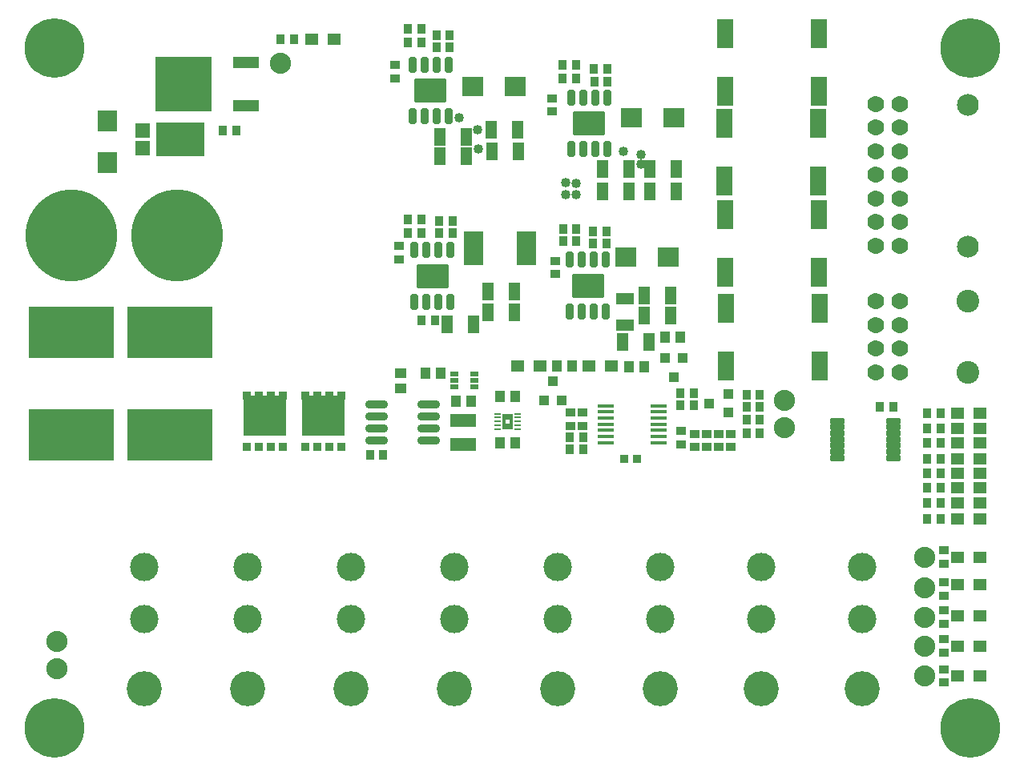
<source format=gts>
G04*
G04 #@! TF.GenerationSoftware,Altium Limited,Altium Designer,19.1.7 (138)*
G04*
G04 Layer_Color=8388736*
%FSLAX25Y25*%
%MOIN*%
G70*
G01*
G75*
%ADD27R,0.06600X0.01400*%
%ADD47R,0.03359X0.02375*%
%ADD48R,0.04343X0.04737*%
%ADD49R,0.03950X0.04343*%
%ADD50R,0.05721X0.05131*%
%ADD51R,0.04737X0.04343*%
%ADD52R,0.02756X0.00906*%
%ADD53R,0.04343X0.03556*%
%ADD54R,0.03556X0.04343*%
%ADD55R,0.07000X0.11900*%
%ADD56R,0.08674X0.07887*%
%ADD57R,0.04540X0.07493*%
G04:AMPARAMS|DCode=58|XSize=102.49mil|YSize=130.05mil|CornerRadius=5.89mil|HoleSize=0mil|Usage=FLASHONLY|Rotation=270.000|XOffset=0mil|YOffset=0mil|HoleType=Round|Shape=RoundedRectangle|*
%AMROUNDEDRECTD58*
21,1,0.10249,0.11827,0,0,270.0*
21,1,0.09071,0.13005,0,0,270.0*
1,1,0.01178,-0.05913,-0.04535*
1,1,0.01178,-0.05913,0.04535*
1,1,0.01178,0.05913,0.04535*
1,1,0.01178,0.05913,-0.04535*
%
%ADD58ROUNDEDRECTD58*%
G04:AMPARAMS|DCode=59|XSize=31.62mil|YSize=65.09mil|CornerRadius=6.01mil|HoleSize=0mil|Usage=FLASHONLY|Rotation=0.000|XOffset=0mil|YOffset=0mil|HoleType=Round|Shape=RoundedRectangle|*
%AMROUNDEDRECTD59*
21,1,0.03162,0.05307,0,0,0.0*
21,1,0.01961,0.06509,0,0,0.0*
1,1,0.01202,0.00980,-0.02653*
1,1,0.01202,-0.00980,-0.02653*
1,1,0.01202,-0.00980,0.02653*
1,1,0.01202,0.00980,0.02653*
%
%ADD59ROUNDEDRECTD59*%
%ADD60R,0.23241X0.22973*%
%ADD61R,0.11036X0.04973*%
G04:AMPARAMS|DCode=62|XSize=25.72mil|YSize=63.12mil|CornerRadius=5.95mil|HoleSize=0mil|Usage=FLASHONLY|Rotation=90.000|XOffset=0mil|YOffset=0mil|HoleType=Round|Shape=RoundedRectangle|*
%AMROUNDEDRECTD62*
21,1,0.02572,0.05122,0,0,90.0*
21,1,0.01382,0.06312,0,0,90.0*
1,1,0.01190,0.02561,0.00691*
1,1,0.01190,0.02561,-0.00691*
1,1,0.01190,-0.02561,-0.00691*
1,1,0.01190,-0.02561,0.00691*
%
%ADD62ROUNDEDRECTD62*%
%ADD63R,0.11036X0.05524*%
%ADD64R,0.03359X0.03280*%
%ADD65R,0.08083X0.14186*%
%ADD66O,0.09461X0.03556*%
%ADD67R,0.07493X0.04540*%
%ADD68R,0.19934X0.14028*%
%ADD69R,0.06312X0.06272*%
%ADD70R,0.07887X0.09068*%
%ADD71R,0.04343X0.03950*%
%ADD72R,0.03359X0.03556*%
%ADD73R,0.35249X0.21272*%
%ADD74C,0.08800*%
%ADD75C,0.06942*%
%ADD76C,0.09461*%
%ADD77C,0.11824*%
%ADD78C,0.14580*%
%ADD79C,0.38202*%
%ADD80C,0.09068*%
%ADD81C,0.24816*%
%ADD82C,0.04000*%
G36*
X238555Y254252D02*
X238280D01*
Y238916D01*
X220721D01*
Y254252D01*
X220445D01*
Y257284D01*
X223555D01*
Y255808D01*
X225445D01*
Y257284D01*
X228555D01*
Y255808D01*
X230445D01*
Y257284D01*
X233555D01*
Y255808D01*
X235445D01*
Y257284D01*
X238555D01*
Y254252D01*
D02*
G37*
G36*
X214055D02*
X213779D01*
Y238916D01*
X196221D01*
Y254252D01*
X195945D01*
Y257284D01*
X199055D01*
Y255808D01*
X200945D01*
Y257284D01*
X204055D01*
Y255808D01*
X205945D01*
Y257284D01*
X209055D01*
Y255808D01*
X210945D01*
Y257284D01*
X214055D01*
Y254252D01*
D02*
G37*
G36*
X308198Y245778D02*
Y241791D01*
X304098D01*
Y245778D01*
Y248191D01*
X308198D01*
Y245778D01*
D02*
G37*
G36*
X238555Y232716D02*
X235445D01*
Y235748D01*
X238555D01*
Y232716D01*
D02*
G37*
G36*
X233555D02*
X230445D01*
Y235748D01*
X233555D01*
Y232716D01*
D02*
G37*
G36*
X228555D02*
X225445D01*
Y235748D01*
X228555D01*
Y232716D01*
D02*
G37*
G36*
X223555D02*
X220445D01*
Y235748D01*
X223555D01*
Y232716D01*
D02*
G37*
G36*
X214055D02*
X210945D01*
Y235748D01*
X214055D01*
Y232716D01*
D02*
G37*
G36*
X209055D02*
X205945D01*
Y235748D01*
X209055D01*
Y232716D01*
D02*
G37*
G36*
X204055D02*
X200945D01*
Y235748D01*
X204055D01*
Y232716D01*
D02*
G37*
G36*
X199055D02*
X195945D01*
Y235748D01*
X199055D01*
Y232716D01*
D02*
G37*
%LPC*%
G36*
X306935Y245778D02*
X305360D01*
Y244204D01*
X306935D01*
Y245778D01*
D02*
G37*
%LPD*%
D27*
X346851Y251477D02*
D03*
Y248918D02*
D03*
Y246359D02*
D03*
Y243800D02*
D03*
Y241241D02*
D03*
Y238682D02*
D03*
Y236123D02*
D03*
X369051Y236123D02*
D03*
Y238682D02*
D03*
Y241241D02*
D03*
Y243800D02*
D03*
Y246359D02*
D03*
Y248918D02*
D03*
Y251477D02*
D03*
D47*
X284066Y264566D02*
D03*
Y262007D02*
D03*
Y259448D02*
D03*
X292137D02*
D03*
Y262007D02*
D03*
Y264566D02*
D03*
D48*
X371684Y280000D02*
D03*
X377983D02*
D03*
X362792Y267863D02*
D03*
X356493D02*
D03*
X333042Y268158D02*
D03*
X326743D02*
D03*
X290944Y253395D02*
D03*
X284644D02*
D03*
X309150Y235924D02*
D03*
X302850D02*
D03*
X271825Y265157D02*
D03*
X278124D02*
D03*
X302850Y255250D02*
D03*
X309150D02*
D03*
D49*
X379051Y271266D02*
D03*
X371571D02*
D03*
X375311Y263392D02*
D03*
X321247Y253713D02*
D03*
X328727D02*
D03*
X324987Y261587D02*
D03*
D50*
X340011Y268023D02*
D03*
X349263D02*
D03*
X310376Y268158D02*
D03*
X319628D02*
D03*
X502626Y176895D02*
D03*
X493374D02*
D03*
X502626Y188500D02*
D03*
X493374D02*
D03*
X502626Y164000D02*
D03*
X493374D02*
D03*
X502626Y151500D02*
D03*
X493374D02*
D03*
X502626Y139000D02*
D03*
X493374D02*
D03*
X502500Y204500D02*
D03*
X493248D02*
D03*
X502500Y211000D02*
D03*
X493248D02*
D03*
X502500Y217402D02*
D03*
X493248D02*
D03*
X502500Y223500D02*
D03*
X493248D02*
D03*
X502500Y229500D02*
D03*
X493248D02*
D03*
X502500Y236000D02*
D03*
X493248D02*
D03*
X502500Y242000D02*
D03*
X493248D02*
D03*
X502500Y248500D02*
D03*
X493248D02*
D03*
X233903Y404000D02*
D03*
X224651D02*
D03*
D51*
X261550Y265157D02*
D03*
Y258858D02*
D03*
D52*
X310281Y241841D02*
D03*
Y243416D02*
D03*
Y244991D02*
D03*
Y246566D02*
D03*
Y248141D02*
D03*
X302014D02*
D03*
Y246566D02*
D03*
Y244991D02*
D03*
Y243416D02*
D03*
Y241841D02*
D03*
D53*
X487500Y177984D02*
D03*
Y172472D02*
D03*
X324676Y379512D02*
D03*
Y374000D02*
D03*
X259113Y393256D02*
D03*
Y387744D02*
D03*
X326000Y306244D02*
D03*
Y311756D02*
D03*
X487500Y191256D02*
D03*
Y185744D02*
D03*
X487500Y166256D02*
D03*
Y160744D02*
D03*
Y154256D02*
D03*
Y148744D02*
D03*
Y141756D02*
D03*
Y136244D02*
D03*
X260894Y318000D02*
D03*
Y312488D02*
D03*
X332250Y248694D02*
D03*
Y243182D02*
D03*
X337250Y243182D02*
D03*
Y248694D02*
D03*
X383973Y234297D02*
D03*
Y239809D02*
D03*
X378351Y241006D02*
D03*
Y235494D02*
D03*
X398973Y234297D02*
D03*
Y239809D02*
D03*
X393973Y234297D02*
D03*
Y239809D02*
D03*
X388973Y234297D02*
D03*
Y239809D02*
D03*
D54*
X193197Y366122D02*
D03*
X187685D02*
D03*
X334506Y387744D02*
D03*
X328994D02*
D03*
Y393256D02*
D03*
X334506D02*
D03*
X342086Y391750D02*
D03*
X347598D02*
D03*
X342180Y386500D02*
D03*
X347691D02*
D03*
X264638Y408250D02*
D03*
X270150D02*
D03*
X270250Y402750D02*
D03*
X264738D02*
D03*
X276494Y405750D02*
D03*
X282006D02*
D03*
X276494Y400750D02*
D03*
X282006D02*
D03*
X334756Y325000D02*
D03*
X329244D02*
D03*
X480618Y248500D02*
D03*
X486130D02*
D03*
X480618Y242000D02*
D03*
X486130D02*
D03*
X480618Y236000D02*
D03*
X486130D02*
D03*
X480618Y229500D02*
D03*
X486130D02*
D03*
X480618Y223500D02*
D03*
X486130D02*
D03*
X480618Y217500D02*
D03*
X486130D02*
D03*
X480618Y211000D02*
D03*
X486130D02*
D03*
X480618Y204500D02*
D03*
X486130D02*
D03*
X466458Y251000D02*
D03*
X460947D02*
D03*
X341744Y324000D02*
D03*
X347256D02*
D03*
X341744Y319000D02*
D03*
X347256D02*
D03*
X329244Y320000D02*
D03*
X334756D02*
D03*
X277638Y328500D02*
D03*
X283150D02*
D03*
X277638Y323500D02*
D03*
X283150D02*
D03*
X264638Y329000D02*
D03*
X270150D02*
D03*
X264638Y323500D02*
D03*
X270150D02*
D03*
X275894Y287000D02*
D03*
X270382D02*
D03*
X248917Y231000D02*
D03*
X254429D02*
D03*
X337506Y238438D02*
D03*
X331994D02*
D03*
X337506Y233241D02*
D03*
X331994D02*
D03*
X211610Y404000D02*
D03*
X217121D02*
D03*
X411107Y240128D02*
D03*
X405595D02*
D03*
X405595Y245628D02*
D03*
X411107D02*
D03*
X405595Y251128D02*
D03*
X411107D02*
D03*
X411107Y256128D02*
D03*
X405595D02*
D03*
X378095Y251750D02*
D03*
X383607D02*
D03*
X378095Y256750D02*
D03*
X383607D02*
D03*
D55*
X396500Y382500D02*
D03*
Y406500D02*
D03*
X435500D02*
D03*
Y382500D02*
D03*
X396425Y345000D02*
D03*
Y369000D02*
D03*
X435425D02*
D03*
Y345000D02*
D03*
X397000Y268000D02*
D03*
Y292000D02*
D03*
X436000D02*
D03*
Y268000D02*
D03*
X396500Y307000D02*
D03*
Y331000D02*
D03*
X435500D02*
D03*
Y307000D02*
D03*
D56*
X375295Y371559D02*
D03*
X357579D02*
D03*
X309249Y384559D02*
D03*
X291532D02*
D03*
X373000Y313500D02*
D03*
X355283D02*
D03*
D57*
X376259Y350000D02*
D03*
X365235D02*
D03*
X376259Y340750D02*
D03*
X365235D02*
D03*
X345651Y350000D02*
D03*
X356675D02*
D03*
X345726Y340750D02*
D03*
X356750D02*
D03*
X277833Y363500D02*
D03*
X288856D02*
D03*
X277988Y355250D02*
D03*
X289012D02*
D03*
X310512Y357250D02*
D03*
X299488D02*
D03*
X310284Y366441D02*
D03*
X299260D02*
D03*
X297882Y290500D02*
D03*
X308906D02*
D03*
X280882Y285500D02*
D03*
X291906D02*
D03*
X308906Y299000D02*
D03*
X297882D02*
D03*
X353988Y278000D02*
D03*
X365012D02*
D03*
X374000Y289000D02*
D03*
X362976D02*
D03*
X362988Y297500D02*
D03*
X374012D02*
D03*
D58*
X274063Y382750D02*
D03*
X340000Y369000D02*
D03*
X339500Y301500D02*
D03*
X274894Y305500D02*
D03*
D59*
X281563Y393478D02*
D03*
X276563D02*
D03*
X271563D02*
D03*
X266563D02*
D03*
X281563Y372022D02*
D03*
X276563D02*
D03*
X271563D02*
D03*
X266563D02*
D03*
X332500Y358272D02*
D03*
X337500D02*
D03*
X342500D02*
D03*
X347500D02*
D03*
X332500Y379728D02*
D03*
X337500D02*
D03*
X342500D02*
D03*
X347500D02*
D03*
X347000Y312228D02*
D03*
X342000D02*
D03*
X337000D02*
D03*
X332000D02*
D03*
X347000Y290772D02*
D03*
X342000D02*
D03*
X337000D02*
D03*
X332000D02*
D03*
X267394Y294772D02*
D03*
X272394D02*
D03*
X277394D02*
D03*
X282394D02*
D03*
X267394Y316228D02*
D03*
X272394D02*
D03*
X277394D02*
D03*
X282394D02*
D03*
D60*
X171407Y385500D02*
D03*
D61*
X197195Y394500D02*
D03*
Y376500D02*
D03*
D62*
X466614Y229823D02*
D03*
Y232382D02*
D03*
Y234941D02*
D03*
Y237500D02*
D03*
Y240059D02*
D03*
Y242618D02*
D03*
Y245177D02*
D03*
X443386Y229823D02*
D03*
Y232382D02*
D03*
Y234941D02*
D03*
Y237500D02*
D03*
Y240059D02*
D03*
Y242618D02*
D03*
Y245177D02*
D03*
D63*
X287500Y245520D02*
D03*
Y235480D02*
D03*
D64*
X222000Y255768D02*
D03*
X227000D02*
D03*
X232000D02*
D03*
X237000D02*
D03*
Y234232D02*
D03*
X232000D02*
D03*
X227000D02*
D03*
X222000D02*
D03*
X197500Y255768D02*
D03*
X202500D02*
D03*
X207500D02*
D03*
X212500D02*
D03*
Y234232D02*
D03*
X207500D02*
D03*
X202500D02*
D03*
X197500D02*
D03*
D65*
X291969Y317000D02*
D03*
X313819D02*
D03*
D66*
X273327Y237000D02*
D03*
Y242000D02*
D03*
Y247000D02*
D03*
Y252000D02*
D03*
X251673Y237000D02*
D03*
Y242000D02*
D03*
Y247000D02*
D03*
Y252000D02*
D03*
D67*
X355000Y284976D02*
D03*
Y296000D02*
D03*
D68*
X170000Y362500D02*
D03*
D69*
X154323Y366122D02*
D03*
Y358878D02*
D03*
D70*
X139500Y352839D02*
D03*
Y370161D02*
D03*
D71*
X389914Y252550D02*
D03*
X397788Y256290D02*
D03*
Y248810D02*
D03*
D72*
X354773Y229250D02*
D03*
X360088D02*
D03*
D73*
X165500Y282000D02*
D03*
Y239480D02*
D03*
X124500Y282000D02*
D03*
Y239480D02*
D03*
D74*
X479500Y175611D02*
D03*
X421351Y253750D02*
D03*
X211500Y394000D02*
D03*
X118500Y153500D02*
D03*
X479500Y139000D02*
D03*
X118500Y142000D02*
D03*
X479500Y188500D02*
D03*
Y163500D02*
D03*
X421351Y242250D02*
D03*
X479500Y151500D02*
D03*
D75*
X469232Y275342D02*
D03*
Y285185D02*
D03*
X459390Y295028D02*
D03*
Y285185D02*
D03*
Y275342D02*
D03*
X469232Y295028D02*
D03*
Y265500D02*
D03*
X459390D02*
D03*
Y377136D02*
D03*
Y367294D02*
D03*
Y357451D02*
D03*
Y347609D02*
D03*
Y337766D02*
D03*
Y327924D02*
D03*
Y318081D02*
D03*
X469232Y377136D02*
D03*
Y367294D02*
D03*
Y357451D02*
D03*
Y347609D02*
D03*
Y337766D02*
D03*
Y327924D02*
D03*
Y318081D02*
D03*
D76*
X497500Y295028D02*
D03*
Y265500D02*
D03*
D77*
X198000Y162598D02*
D03*
Y184252D02*
D03*
X155000Y162598D02*
D03*
Y184252D02*
D03*
X284000Y162598D02*
D03*
Y184252D02*
D03*
X241000Y162598D02*
D03*
Y184252D02*
D03*
X369500Y162598D02*
D03*
Y184252D02*
D03*
X327000Y162598D02*
D03*
Y184252D02*
D03*
X453500Y162598D02*
D03*
Y184252D02*
D03*
X411500Y162598D02*
D03*
Y184252D02*
D03*
D78*
X198000Y133858D02*
D03*
X155000D02*
D03*
X284000D02*
D03*
X241000D02*
D03*
X369500D02*
D03*
X327000D02*
D03*
X453500D02*
D03*
X411500D02*
D03*
D79*
X168500Y322250D02*
D03*
X124500D02*
D03*
D80*
X497677Y317884D02*
D03*
Y376841D02*
D03*
D81*
X498500Y400500D02*
D03*
X117500D02*
D03*
X498500Y117500D02*
D03*
X117500D02*
D03*
D82*
X330250Y339545D02*
D03*
Y344250D02*
D03*
X334776Y339545D02*
D03*
Y344130D02*
D03*
X361482Y352000D02*
D03*
X286080Y371559D02*
D03*
X293917Y358250D02*
D03*
X293542Y366441D02*
D03*
X354143Y357406D02*
D03*
X361482Y356000D02*
D03*
M02*

</source>
